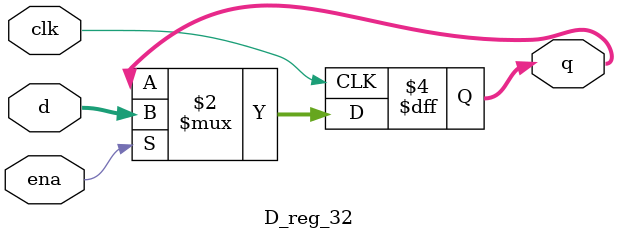
<source format=v>
module D_reg_32

#(
	parameter WIDTH = 32
)

(
input ena,
input clk,
input [WIDTH - 1 : 0] d,
output reg [WIDTH - 1 : 0] q
);

always @ (posedge clk)
if (ena)
	q <= d;
 
endmodule
</source>
